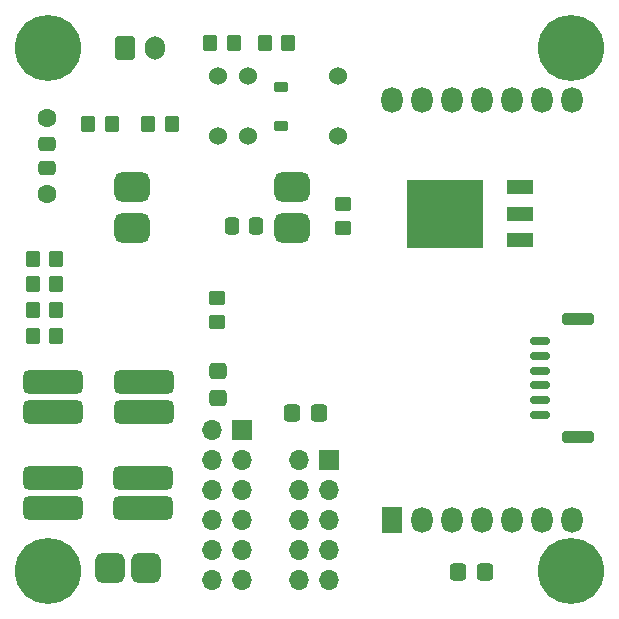
<source format=gbs>
G04 #@! TF.GenerationSoftware,KiCad,Pcbnew,7.0.9*
G04 #@! TF.CreationDate,2024-06-27T15:35:45+09:00*
G04 #@! TF.ProjectId,YAMADAmain,59414d41-4441-46d6-9169-6e2e6b696361,rev?*
G04 #@! TF.SameCoordinates,Original*
G04 #@! TF.FileFunction,Soldermask,Bot*
G04 #@! TF.FilePolarity,Negative*
%FSLAX46Y46*%
G04 Gerber Fmt 4.6, Leading zero omitted, Abs format (unit mm)*
G04 Created by KiCad (PCBNEW 7.0.9) date 2024-06-27 15:35:45*
%MOMM*%
%LPD*%
G01*
G04 APERTURE LIST*
G04 Aperture macros list*
%AMRoundRect*
0 Rectangle with rounded corners*
0 $1 Rounding radius*
0 $2 $3 $4 $5 $6 $7 $8 $9 X,Y pos of 4 corners*
0 Add a 4 corners polygon primitive as box body*
4,1,4,$2,$3,$4,$5,$6,$7,$8,$9,$2,$3,0*
0 Add four circle primitives for the rounded corners*
1,1,$1+$1,$2,$3*
1,1,$1+$1,$4,$5*
1,1,$1+$1,$6,$7*
1,1,$1+$1,$8,$9*
0 Add four rect primitives between the rounded corners*
20,1,$1+$1,$2,$3,$4,$5,0*
20,1,$1+$1,$4,$5,$6,$7,0*
20,1,$1+$1,$6,$7,$8,$9,0*
20,1,$1+$1,$8,$9,$2,$3,0*%
G04 Aperture macros list end*
%ADD10RoundRect,0.635000X0.635000X0.635000X-0.635000X0.635000X-0.635000X-0.635000X0.635000X-0.635000X0*%
%ADD11C,1.000000*%
%ADD12C,5.600000*%
%ADD13C,1.524000*%
%ADD14RoundRect,0.625000X-0.875000X-0.625000X0.875000X-0.625000X0.875000X0.625000X-0.875000X0.625000X0*%
%ADD15R,1.700000X1.700000*%
%ADD16O,1.700000X1.700000*%
%ADD17C,1.600000*%
%ADD18R,1.800000X2.200000*%
%ADD19O,1.800000X2.200000*%
%ADD20O,1.700000X2.000000*%
%ADD21RoundRect,0.250000X-0.600000X-0.750000X0.600000X-0.750000X0.600000X0.750000X-0.600000X0.750000X0*%
%ADD22RoundRect,0.250000X-0.350000X-0.450000X0.350000X-0.450000X0.350000X0.450000X-0.350000X0.450000X0*%
%ADD23RoundRect,0.250000X-1.100000X0.250000X-1.100000X-0.250000X1.100000X-0.250000X1.100000X0.250000X0*%
%ADD24RoundRect,0.150000X-0.700000X0.150000X-0.700000X-0.150000X0.700000X-0.150000X0.700000X0.150000X0*%
%ADD25RoundRect,0.292875X-0.394625X-0.432125X0.394625X-0.432125X0.394625X0.432125X-0.394625X0.432125X0*%
%ADD26RoundRect,0.508000X2.032000X-0.508000X2.032000X0.508000X-2.032000X0.508000X-2.032000X-0.508000X0*%
%ADD27RoundRect,0.250000X0.337500X0.475000X-0.337500X0.475000X-0.337500X-0.475000X0.337500X-0.475000X0*%
%ADD28RoundRect,0.225000X0.375000X-0.225000X0.375000X0.225000X-0.375000X0.225000X-0.375000X-0.225000X0*%
%ADD29RoundRect,0.250000X0.350000X0.450000X-0.350000X0.450000X-0.350000X-0.450000X0.350000X-0.450000X0*%
%ADD30RoundRect,0.250000X0.475000X-0.337500X0.475000X0.337500X-0.475000X0.337500X-0.475000X-0.337500X0*%
%ADD31RoundRect,0.292875X-0.432125X0.394625X-0.432125X-0.394625X0.432125X-0.394625X0.432125X0.394625X0*%
%ADD32R,2.200000X1.200000*%
%ADD33R,6.400000X5.800000*%
%ADD34RoundRect,0.250000X0.450000X-0.350000X0.450000X0.350000X-0.450000X0.350000X-0.450000X-0.350000X0*%
%ADD35RoundRect,0.292875X0.394625X0.432125X-0.394625X0.432125X-0.394625X-0.432125X0.394625X-0.432125X0*%
G04 APERTURE END LIST*
D10*
X122174000Y-116840000D03*
X119126000Y-116840000D03*
D11*
X111680000Y-72850000D03*
X112324370Y-71294370D03*
X112324370Y-74405630D03*
X113880000Y-70650000D03*
D12*
X113880000Y-72850000D03*
D11*
X113880000Y-75050000D03*
X115435630Y-71294370D03*
X115435630Y-74405630D03*
X116080000Y-72850000D03*
D13*
X128270000Y-80342000D03*
X130810000Y-80342000D03*
X138430000Y-80342000D03*
X128270000Y-75262000D03*
X130810000Y-75262000D03*
X138430000Y-75262000D03*
D14*
X121012000Y-84660000D03*
X121012000Y-88060000D03*
X134512000Y-84660000D03*
X134512000Y-88060000D03*
D15*
X130282000Y-105156000D03*
D16*
X127742000Y-105156000D03*
X130282000Y-107696000D03*
X127742000Y-107696000D03*
X130282000Y-110236000D03*
X127742000Y-110236000D03*
X130282000Y-112776000D03*
X127742000Y-112776000D03*
X130282000Y-115316000D03*
X127742000Y-115316000D03*
X130282000Y-117856000D03*
X127742000Y-117856000D03*
D11*
X155950000Y-72850000D03*
X156594370Y-71294370D03*
X156594370Y-74405630D03*
X158150000Y-70650000D03*
D12*
X158150000Y-72850000D03*
D11*
X158150000Y-75050000D03*
X159705630Y-71294370D03*
X159705630Y-74405630D03*
X160350000Y-72850000D03*
D15*
X137668000Y-107696000D03*
D16*
X135128000Y-107696000D03*
X137668000Y-110236000D03*
X135128000Y-110236000D03*
X137668000Y-112776000D03*
X135128000Y-112776000D03*
X137668000Y-115316000D03*
X135128000Y-115316000D03*
X137668000Y-117856000D03*
X135128000Y-117856000D03*
D17*
X113792000Y-85240000D03*
X113792000Y-78740000D03*
D11*
X111650000Y-117150000D03*
X112294370Y-115594370D03*
X112294370Y-118705630D03*
X113850000Y-114950000D03*
D12*
X113850000Y-117150000D03*
D11*
X113850000Y-119350000D03*
X115405630Y-115594370D03*
X115405630Y-118705630D03*
X116050000Y-117150000D03*
X155950000Y-117150000D03*
X156594370Y-115594370D03*
X156594370Y-118705630D03*
X158150000Y-114950000D03*
D12*
X158150000Y-117150000D03*
D11*
X158150000Y-119350000D03*
X159705630Y-115594370D03*
X159705630Y-118705630D03*
X160350000Y-117150000D03*
D18*
X143002000Y-112776000D03*
D19*
X145542000Y-112776000D03*
X148082000Y-112776000D03*
X150622000Y-112776000D03*
X153162000Y-112776000D03*
X155702000Y-112776000D03*
X158242000Y-112776000D03*
X158242000Y-77216000D03*
X155702000Y-77216000D03*
X153162000Y-77216000D03*
X150622000Y-77216000D03*
X148082000Y-77216000D03*
X145542000Y-77216000D03*
X143002000Y-77216000D03*
D20*
X122916000Y-72881000D03*
D21*
X120416000Y-72881000D03*
D22*
X112554000Y-92862400D03*
X114554000Y-92862400D03*
D23*
X158698000Y-105773000D03*
X158698000Y-95823000D03*
D24*
X155498000Y-103923000D03*
X155498000Y-102673000D03*
X155498000Y-101423000D03*
X155498000Y-100173000D03*
X155498000Y-98923000D03*
X155498000Y-97673000D03*
D25*
X148620900Y-117226400D03*
X150895900Y-117226400D03*
D26*
X121996200Y-103687999D03*
X121996200Y-101147999D03*
D27*
X131485500Y-87962000D03*
X129410500Y-87962000D03*
D22*
X112554000Y-95046800D03*
X114554000Y-95046800D03*
X112554000Y-97231200D03*
X114554000Y-97231200D03*
X112554000Y-90716000D03*
X114554000Y-90716000D03*
D26*
X114274600Y-111765199D03*
X114274600Y-109225199D03*
X114274600Y-103632000D03*
X114274600Y-101092000D03*
X121945400Y-111810800D03*
X121945400Y-109270800D03*
D28*
X133604000Y-79452000D03*
X133604000Y-76152000D03*
D29*
X134200000Y-72390000D03*
X132200000Y-72390000D03*
X119278400Y-79248000D03*
X117278400Y-79248000D03*
D30*
X113792000Y-83027500D03*
X113792000Y-80952500D03*
D29*
X127600000Y-72390000D03*
X129600000Y-72390000D03*
D31*
X128295400Y-100208500D03*
X128295400Y-102483500D03*
D32*
X153806000Y-84588000D03*
X153806000Y-86868000D03*
D33*
X147506000Y-86868000D03*
D32*
X153806000Y-89148000D03*
D34*
X138830000Y-88087000D03*
X138830000Y-86087000D03*
D29*
X124358400Y-79248000D03*
X122358400Y-79248000D03*
D34*
X128170000Y-96020000D03*
X128170000Y-94020000D03*
D35*
X136779000Y-103759000D03*
X134504000Y-103759000D03*
M02*

</source>
